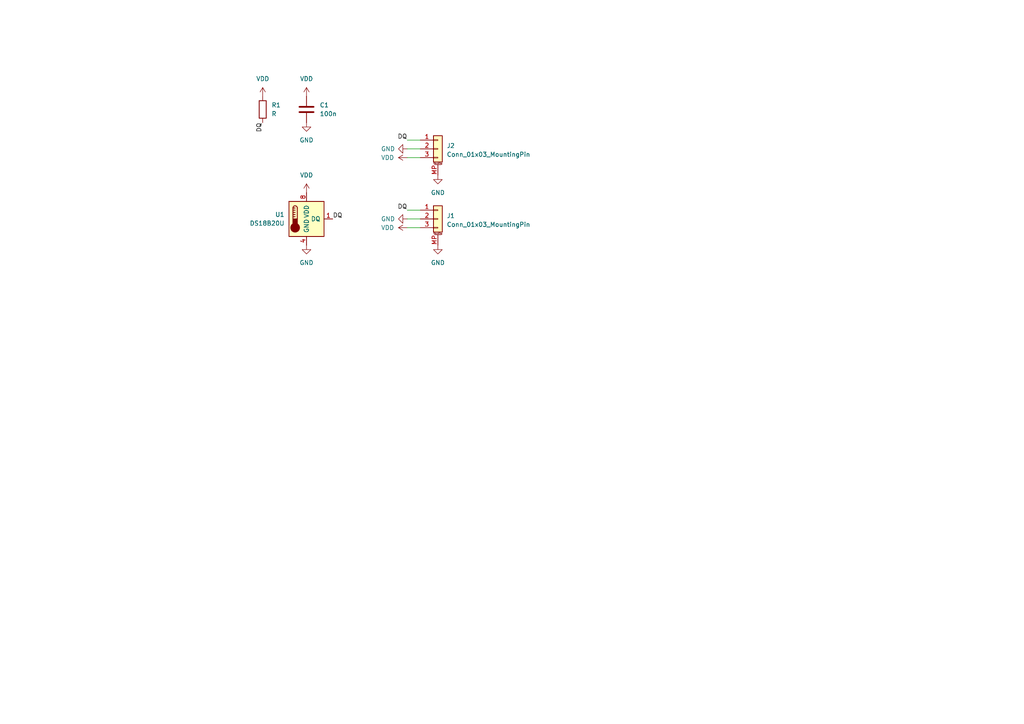
<source format=kicad_sch>
(kicad_sch (version 20230121) (generator eeschema)
  (paper "A4")
  (lib_symbols
    (symbol "Connector_Generic_MountingPin:Conn_01x03_MountingPin" (pin_names (offset 1.016) hide)
      (property "Reference" "J" (at 0 5.08 0))
      (property "Value" "Conn_01x03_MountingPin" (at 1.27 -5.08 0))
      (symbol "Conn_01x03_MountingPin_1_1"
        (rectangle (start -1.27 -2.413) (end 0 -2.667) (stroke (width 0.1524)))
        (rectangle (start -1.27 0.127) (end 0 -0.127) (stroke (width 0.1524)))
        (rectangle (start -1.27 2.667) (end 0 2.413) (stroke (width 0.1524)))
        (rectangle (start -1.27 3.81) (end 1.27 -3.81) (stroke (width 0.254)) (fill (type background)))
        (polyline (pts (xy -1.016 -4.572) (xy 1.016 -4.572)) (stroke (width 0.1524)))
        (text "Mounting" (at 0 -4.191 0) (effects (font (size 0.381 0.381))))
        (pin passive line (at -5.08 2.54 0) (length 3.81) (name "Pin_1") (number "1"))
        (pin passive line (at -5.08 0 0) (length 3.81) (name "Pin_2") (number "2"))
        (pin passive line (at -5.08 -2.54 0) (length 3.81) (name "Pin_3") (number "3"))
        (pin passive line (at 0 -7.62 90) (length 3.048) (name "MountPin") (number "MP"))
      )
    )
    (symbol "Device:C" (pin_numbers hide) (pin_names (offset 0.254))
      (property "Reference" "C" (at 0.635 2.54 0))
      (property "Value" "C" (at 0.635 -2.54 0))
      (symbol "C_0_1"
        (polyline (pts (xy -2.032 -0.762) (xy 2.032 -0.762)) (stroke (width 0.508)))
        (polyline (pts (xy -2.032 0.762) (xy 2.032 0.762)) (stroke (width 0.508)))
      )
      (symbol "C_1_1"
        (pin passive line (at 0 3.81 270) (length 2.794) (name "~") (number "1"))
        (pin passive line (at 0 -3.81 90) (length 2.794) (name "~") (number "2"))
      )
    )
    (symbol "Device:R" (pin_numbers hide) (pin_names (offset 0))
      (property "Reference" "R" (at 2.032 0 90))
      (property "Value" "R" (at 0 0 90))
      (symbol "R_0_1"
        (rectangle (start -1.016 -2.54) (end 1.016 2.54) (stroke (width 0.254)))
      )
      (symbol "R_1_1"
        (pin passive line (at 0 3.81 270) (length 1.27) (name "~") (number "1"))
        (pin passive line (at 0 -3.81 90) (length 1.27) (name "~") (number "2"))
      )
    )
    (symbol "Sensor_Temperature:DS18B20U" (pin_names (offset 1.016))
      (property "Reference" "U1" (at -6.35 1.2701 0))
      (property "Value" "DS18B20U" (at -6.35 -1.2699 0))
      (symbol "DS18B20U_0_1"
        (rectangle (start -5.08 5.08) (end 5.08 -5.08) (stroke (width 0.254)) (fill (type background)))
        (circle (center -3.302 -2.54) (radius 1.27) (stroke (width 0.254)) (fill (type outline)))
        (rectangle (start -2.667 -1.905) (end -3.937 0) (stroke (width 0.254)) (fill (type outline)))
        (arc (start -2.667 3.175) (mid -3.302 3.8073) (end -3.937 3.175) (stroke (width 0.254)))
        (polyline (pts (xy -3.937 0.635) (xy -3.302 0.635)) (stroke (width 0.254)))
        (polyline (pts (xy -3.937 1.27) (xy -3.302 1.27)) (stroke (width 0.254)))
        (polyline (pts (xy -3.937 1.905) (xy -3.302 1.905)) (stroke (width 0.254)))
        (polyline (pts (xy -3.937 2.54) (xy -3.302 2.54)) (stroke (width 0.254)))
        (polyline (pts (xy -3.937 3.175) (xy -3.937 0)) (stroke (width 0.254)))
        (polyline (pts (xy -3.937 3.175) (xy -3.302 3.175)) (stroke (width 0.254)))
        (polyline (pts (xy -2.667 3.175) (xy -2.667 0)) (stroke (width 0.254)))
      )
      (symbol "DS18B20U_1_1"
        (pin bidirectional line (at 7.62 0 180) (length 2.54) (name "DQ") (number "1"))
        (pin power_in line (at 0 -7.62 90) (length 2.54) hide (name "NC") (number "2"))
        (pin power_in line (at 0 -7.62 90) (length 2.54) hide (name "NC") (number "3"))
        (pin power_in line (at 0 -7.62 90) (length 2.54) (name "GND") (number "4"))
        (pin power_in line (at 0 -7.62 90) (length 2.54) hide (name "NC") (number "5"))
        (pin power_in line (at 0 -7.62 90) (length 2.54) hide (name "NC") (number "6"))
        (pin power_in line (at 0 -7.62 90) (length 2.54) hide (name "NC") (number "7"))
        (pin power_in line (at 0 7.62 270) (length 2.54) (name "VDD") (number "8"))
      )
    )
    (symbol "power:GND" (power) (pin_names (offset 0))
      (property "Value" "GND" (at 0 -3.81 0))
      (symbol "GND_0_1"
        (polyline (pts (xy 0 0) (xy 0 -1.27) (xy 1.27 -1.27) (xy 0 -2.54) (xy -1.27 -1.27) (xy 0 -1.27)))
      )
      (symbol "GND_1_1"
        (pin power_in line (at 0 0 270) (length 0) hide (name "GND") (number "1"))
      )
    )
    (symbol "power:VDD" (power) (pin_names (offset 0))
      (property "Value" "VDD" (at 0 3.81 0))
      (symbol "VDD_0_1"
        (polyline (pts (xy -0.762 1.27) (xy 0 2.54)))
        (polyline (pts (xy 0 0) (xy 0 2.54)))
        (polyline (pts (xy 0 2.54) (xy 0.762 1.27)))
      )
      (symbol "VDD_1_1"
        (pin power_in line (at 0 0 90) (length 0) hide (name "VDD") (number "1"))
      )
    )
  )
  (wire (pts (xy 118.11 63.5) (xy 121.92 63.5)))
  (wire (pts (xy 118.11 40.64) (xy 121.92 40.64)))
  (wire (pts (xy 118.11 60.96) (xy 121.92 60.96)))
  (wire (pts (xy 118.11 43.18) (xy 121.92 43.18)))
  (wire (pts (xy 118.11 66.04) (xy 121.92 66.04)))
  (wire (pts (xy 118.11 45.72) (xy 121.92 45.72)))
  (label "DQ" (at 96.52 63.5 0))
  (label "DQ" (at 118.11 60.96 180))
  (label "DQ" (at 118.11 40.64 180))
  (label "DQ" (at 76.2 35.56 270))
  (symbol (lib_id "Connector_Generic_MountingPin:Conn_01x03_MountingPin") (at 127 43.18 0) (unit 1)
    (property "Reference" "J2" (at 129.54 42.2655 0) (effects (justify left)))
    (property "Value" "Conn_01x03_MountingPin" (at 129.54 44.8055 0) (effects (justify left)))
    (property "Footprint" "Connector_JST:JST_SH_SM03B-SRSS-TB_1x03-1MP_P1.00mm_Horizontal" (effects hide))
  )
  (symbol (lib_id "power:GND") (at 127 50.8 0) (unit 1)
    (property "Reference" "#PWR03" (effects hide))
    (property "Value" "GND" (at 127 55.88 0))
  )
  (symbol (lib_id "Device:C") (at 88.9 31.75 0) (unit 1)
    (property "Reference" "C1" (at 92.71 30.4799 0) (effects (justify left)))
    (property "Value" "100n" (at 92.71 33.0199 0) (effects (justify left)))
    (property "Footprint" "Capacitor_SMD:C_0603_1608Metric_Pad1.08x0.95mm_HandSolder" (effects hide))
  )
  (symbol (lib_id "power:GND") (at 88.9 35.56 0) (unit 1)
    (property "Reference" "#PWR0102" (effects hide))
    (property "Value" "GND" (at 88.9 40.64 0))
  )
  (symbol (lib_id "power:GND") (at 118.11 43.18 270) (unit 1)
    (property "Reference" "#PWR01" (effects hide))
    (property "Value" "GND" (at 110.49 43.18 90) (effects (justify left)))
  )
  (symbol (lib_id "Connector_Generic_MountingPin:Conn_01x03_MountingPin") (at 127 63.5 0) (unit 1)
    (property "Reference" "J1" (at 129.54 62.5855 0) (effects (justify left)))
    (property "Value" "Conn_01x03_MountingPin" (at 129.54 65.1255 0) (effects (justify left)))
    (property "Footprint" "Connector_JST:JST_SH_SM03B-SRSS-TB_1x03-1MP_P1.00mm_Horizontal" (effects hide))
  )
  (symbol (lib_id "power:VDD") (at 118.11 45.72 90) (unit 1)
    (property "Reference" "#PWR02" (effects hide))
    (property "Value" "VDD" (at 110.49 45.72 90) (effects (justify right)))
  )
  (symbol (lib_id "Device:R") (at 76.2 31.75 0) (unit 1)
    (property "Reference" "R1" (at 78.74 30.4799 0) (effects (justify left)))
    (property "Value" "R" (at 78.74 33.0199 0) (effects (justify left)))
    (property "Footprint" "Resistor_SMD:R_0603_1608Metric_Pad0.98x0.95mm_HandSolder" (effects hide))
  )
  (symbol (lib_id "power:GND") (at 127 71.12 0) (unit 1)
    (property "Reference" "#PWR0101" (effects hide))
    (property "Value" "GND" (at 127 76.2 0))
  )
  (symbol (lib_id "power:VDD") (at 118.11 66.04 90) (unit 1)
    (property "Reference" "#PWR0107" (effects hide))
    (property "Value" "VDD" (at 110.49 66.04 90) (effects (justify right)))
  )
  (symbol (lib_id "Sensor_Temperature:DS18B20U") (at 88.9 63.5 0) (unit 1)
    (property "Reference" "U1" (at 82.55 62.2299 0) (effects (justify right)))
    (property "Value" "DS18B20U" (at 82.55 64.7699 0) (effects (justify right)))
    (property "Footprint" "Package_SO:MSOP-8_3x3mm_P0.65mm" (effects hide))
    (property "Datasheet" "http://datasheets.maximintegrated.com/en/ds/DS18B20.pdf" (effects hide))
  )
  (symbol (lib_id "power:GND") (at 88.9 71.12 0) (unit 1)
    (property "Reference" "#PWR0103" (effects hide))
    (property "Value" "GND" (at 88.9 76.2 0))
  )
  (symbol (lib_id "power:GND") (at 118.11 63.5 270) (unit 1)
    (property "Reference" "#PWR0106" (effects hide))
    (property "Value" "GND" (at 110.49 63.5 90) (effects (justify left)))
  )
  (symbol (lib_id "power:VDD") (at 88.9 55.88 0) (unit 1)
    (property "Reference" "#PWR0104" (effects hide))
    (property "Value" "VDD" (at 88.9 50.8 0))
  )
  (symbol (lib_id "power:VDD") (at 76.2 27.94 0) (unit 1)
    (property "Reference" "#PWR0108" (effects hide))
    (property "Value" "VDD" (at 76.2 22.86 0))
  )
  (symbol (lib_id "power:VDD") (at 88.9 27.94 0) (unit 1)
    (property "Reference" "#PWR0105" (effects hide))
    (property "Value" "VDD" (at 88.9 22.86 0))
  )
)
</source>
